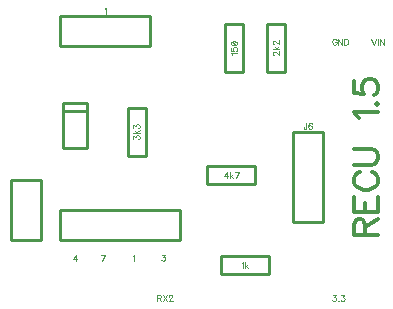
<source format=gbr>
G04 DipTrace 3.3.1.1*
G04 RECU_BLU-TopSilk.gbr*
%MOIN*%
G04 #@! TF.FileFunction,Legend,Top*
G04 #@! TF.Part,Single*
%ADD10C,0.009843*%
%ADD41C,0.003088*%
%ADD42C,0.012351*%
%FSLAX26Y26*%
G04*
G70*
G90*
G75*
G01*
G04 TopSilk*
%LPD*%
X1359000Y1024000D2*
D10*
X1459000D1*
Y724000D1*
X1359000D2*
X1459000D1*
X1359000Y1024000D2*
Y724000D1*
X1334000Y1384136D2*
X1274000D1*
X1334000Y1223864D2*
Y1384136D1*
Y1223864D2*
X1274000D1*
Y1384136D1*
X1194000D2*
X1134000D1*
X1194000Y1223864D2*
Y1384136D1*
Y1223864D2*
X1134000D1*
Y1384136D1*
X869000Y1104136D2*
X809000D1*
X869000Y943864D2*
Y1104136D1*
Y943864D2*
X809000D1*
Y1104136D1*
X1234136Y849000D2*
Y909000D1*
X1073864Y849000D2*
X1234136D1*
X1073864D2*
Y909000D1*
X1234136D1*
X884000Y1409000D2*
Y1309000D1*
X584000D1*
Y1409000D2*
Y1309000D1*
X884000Y1409000D2*
X584000D1*
X1118864Y609000D2*
Y549000D1*
X1279136Y609000D2*
X1118864D1*
X1279136D2*
Y549000D1*
X1118864D1*
X984000Y664000D2*
Y764000D1*
X584000Y664000D2*
X984000D1*
X584000Y764000D2*
X984000D1*
X584000Y664000D2*
Y764000D1*
X519000Y864000D2*
X419000D1*
X519000Y664000D2*
Y864000D1*
Y664000D2*
X419000D1*
Y864000D1*
X674000Y969000D2*
Y1118977D1*
X594000D1*
Y969000D2*
Y1118977D1*
X674000Y1092775D2*
X594000D1*
Y969000D2*
X674000D1*
X1404486Y1053289D2*
D41*
Y1037991D1*
X1403536Y1035117D1*
X1402563Y1034166D1*
X1400662Y1033193D1*
X1398738D1*
X1396837Y1034166D1*
X1395886Y1035117D1*
X1394914Y1037991D1*
Y1039892D1*
X1422136Y1050415D2*
X1421185Y1052316D1*
X1418311Y1053267D1*
X1416410D1*
X1413536Y1052316D1*
X1411613Y1049442D1*
X1410662Y1044667D1*
Y1039892D1*
X1411613Y1036067D1*
X1413536Y1034144D1*
X1416410Y1033193D1*
X1417361D1*
X1420212Y1034144D1*
X1422136Y1036067D1*
X1423086Y1038941D1*
Y1039892D1*
X1422136Y1042766D1*
X1420212Y1044667D1*
X1417361Y1045618D1*
X1416410D1*
X1413536Y1044667D1*
X1411613Y1042766D1*
X1410662Y1039892D1*
X1297545Y1280138D2*
X1296594D1*
X1294671Y1281089D1*
X1293720Y1282039D1*
X1292769Y1283963D1*
Y1287787D1*
X1293720Y1289689D1*
X1294671Y1290639D1*
X1296594Y1291612D1*
X1298495D1*
X1300419Y1290639D1*
X1303270Y1288738D1*
X1312843Y1279165D1*
Y1292563D1*
X1292747Y1298738D2*
X1312843D1*
X1299446Y1308311D2*
X1309019Y1298738D1*
X1305194Y1302563D2*
X1312843Y1309262D1*
X1297545Y1316410D2*
X1296594D1*
X1294671Y1317361D1*
X1293720Y1318311D1*
X1292769Y1320235D1*
Y1324059D1*
X1293720Y1325961D1*
X1294671Y1326911D1*
X1296594Y1327884D1*
X1298495D1*
X1300419Y1326911D1*
X1303270Y1325010D1*
X1312843Y1315437D1*
Y1328835D1*
X1156594Y1282028D2*
X1155621Y1283952D1*
X1152769Y1286826D1*
X1172843D1*
X1152769Y1304475D2*
Y1294925D1*
X1161369Y1293974D1*
X1160419Y1294925D1*
X1159446Y1297799D1*
Y1300651D1*
X1160419Y1303525D1*
X1162320Y1305448D1*
X1165194Y1306399D1*
X1167095D1*
X1169969Y1305448D1*
X1171893Y1303525D1*
X1172843Y1300651D1*
Y1297799D1*
X1171893Y1294925D1*
X1170920Y1293974D1*
X1169019Y1293001D1*
X1152769Y1318322D2*
X1153720Y1315448D1*
X1156594Y1313525D1*
X1161369Y1312574D1*
X1164243D1*
X1169019Y1313525D1*
X1171893Y1315448D1*
X1172843Y1318322D1*
Y1320224D1*
X1171893Y1323098D1*
X1169019Y1324999D1*
X1164243Y1325972D1*
X1161369D1*
X1156594Y1324999D1*
X1153720Y1323098D1*
X1152769Y1320224D1*
Y1318322D1*
X1156594Y1324999D2*
X1169019Y1313525D1*
X827769Y1001089D2*
Y1011590D1*
X835419Y1005864D1*
Y1008738D1*
X836369Y1010639D1*
X837320Y1011590D1*
X840194Y1012563D1*
X842095D1*
X844969Y1011590D1*
X846893Y1009689D1*
X847843Y1006815D1*
Y1003941D1*
X846893Y1001089D1*
X845920Y1000138D1*
X844018Y999165D1*
X827747Y1018738D2*
X847843D1*
X834446Y1028311D2*
X844019Y1018738D1*
X840194Y1022563D2*
X847843Y1029262D1*
X827769Y1037361D2*
Y1047862D1*
X835419Y1042136D1*
Y1045010D1*
X836369Y1046911D1*
X837320Y1047862D1*
X840194Y1048835D1*
X842095D1*
X844969Y1047862D1*
X846893Y1045961D1*
X847843Y1043087D1*
Y1040213D1*
X846893Y1037361D1*
X845920Y1036410D1*
X844019Y1035437D1*
X1138263Y870157D2*
Y890231D1*
X1128690Y876856D1*
X1143038D1*
X1149214Y890253D2*
Y870157D1*
X1158786Y883554D2*
X1149214Y873982D1*
X1153038Y877806D2*
X1159737Y870157D1*
X1169737D2*
X1179310Y890231D1*
X1165913D1*
X731601Y1434442D2*
X733525Y1435415D1*
X736399Y1438267D1*
Y1418193D1*
X1188252Y586406D2*
X1190175Y587379D1*
X1193049Y590231D1*
Y570157D1*
X1199225Y590253D2*
Y570157D1*
X1208798Y583554D2*
X1199225Y573982D1*
X1203050Y577806D2*
X1209748Y570157D1*
X1601096Y679214D2*
D42*
Y713614D1*
X1597205Y725110D1*
X1593402Y729001D1*
X1585797Y732803D1*
X1578104D1*
X1570498Y729001D1*
X1566607Y725110D1*
X1562805Y713614D1*
Y679214D1*
X1643189D1*
X1601096Y706009D2*
X1643189Y732803D1*
X1562805Y807204D2*
Y757506D1*
X1643189D1*
Y807204D1*
X1601096Y757506D2*
Y788103D1*
X1581906Y889299D2*
X1574301Y885497D1*
X1566607Y877803D1*
X1562805Y870198D1*
Y854899D1*
X1566607Y847206D1*
X1574301Y839601D1*
X1581906Y835710D1*
X1593402Y831907D1*
X1612592D1*
X1623999Y835710D1*
X1631693Y839601D1*
X1639298Y847206D1*
X1643189Y854899D1*
Y870198D1*
X1639298Y877803D1*
X1631693Y885497D1*
X1623999Y889299D1*
X1562805Y914002D2*
X1620197D1*
X1631693Y917804D1*
X1639298Y925498D1*
X1643189Y936994D1*
Y944599D1*
X1639298Y956095D1*
X1631693Y963789D1*
X1620197Y967591D1*
X1562805D1*
X1578192Y1070056D2*
X1574301Y1077749D1*
X1562893Y1089245D1*
X1643189D1*
X1635495Y1117750D2*
X1639386Y1113948D1*
X1643189Y1117750D1*
X1639386Y1121641D1*
X1635495Y1117750D1*
X1562893Y1192240D2*
Y1154038D1*
X1597293Y1150235D1*
X1593491Y1154038D1*
X1589600Y1165534D1*
Y1176941D1*
X1593491Y1188438D1*
X1601096Y1196131D1*
X1612592Y1199934D1*
X1620197D1*
X1631693Y1196131D1*
X1639386Y1188438D1*
X1643189Y1176941D1*
Y1165534D1*
X1639386Y1154038D1*
X1635495Y1150235D1*
X1627890Y1146344D1*
X825544Y611089D2*
D41*
X827467Y612062D1*
X830341Y614914D1*
Y594840D1*
X922467Y614914D2*
X932969D1*
X927243Y607264D1*
X930117D1*
X932018Y606314D1*
X932969Y605363D1*
X933941Y602489D1*
Y600588D1*
X932969Y597714D1*
X931067Y595790D1*
X928193Y594840D1*
X925319D1*
X922467Y595790D1*
X921517Y596763D1*
X920544Y598664D1*
X724369Y594840D2*
X733941Y614914D1*
X720544D1*
X635117Y594840D2*
Y614914D1*
X625544Y601538D1*
X639892D1*
X905544Y470363D2*
X914144D1*
X917018Y471336D1*
X917991Y472286D1*
X918941Y474188D1*
Y476111D1*
X917991Y478012D1*
X917018Y478985D1*
X914144Y479936D1*
X905544D1*
Y459840D1*
X912243Y470363D2*
X918941Y459840D1*
X925117Y479936D2*
X938514Y459840D1*
Y479936D2*
X925117Y459840D1*
X945663Y475138D2*
Y476089D1*
X946613Y478012D1*
X947564Y478963D1*
X949487Y479914D1*
X953312D1*
X955213Y478963D1*
X956164Y478012D1*
X957137Y476089D1*
Y474188D1*
X956164Y472264D1*
X954263Y469412D1*
X944690Y459840D1*
X958087D1*
X1492467Y479914D2*
X1502969D1*
X1497243Y472264D1*
X1500117D1*
X1502018Y471314D1*
X1502969Y470363D1*
X1503941Y467489D1*
Y465588D1*
X1502969Y462714D1*
X1501067Y460790D1*
X1498193Y459840D1*
X1495319D1*
X1492467Y460790D1*
X1491517Y461763D1*
X1490544Y463664D1*
X1511068Y461763D2*
X1510117Y460790D1*
X1511068Y459840D1*
X1512040Y460790D1*
X1511068Y461763D1*
X1520139Y479914D2*
X1530641D1*
X1524915Y472264D1*
X1527789D1*
X1529690Y471314D1*
X1530641Y470363D1*
X1531613Y467489D1*
Y465588D1*
X1530641Y462714D1*
X1528739Y460790D1*
X1525865Y459840D1*
X1522991D1*
X1520139Y460790D1*
X1519189Y461763D1*
X1518216Y463664D1*
X1504892Y1330160D2*
X1503941Y1332062D1*
X1502018Y1333985D1*
X1500117Y1334936D1*
X1496292D1*
X1494369Y1333985D1*
X1492467Y1332062D1*
X1491495Y1330160D1*
X1490544Y1327286D1*
Y1322489D1*
X1491495Y1319637D1*
X1492467Y1317714D1*
X1494369Y1315812D1*
X1496292Y1314840D1*
X1500117D1*
X1502018Y1315812D1*
X1503941Y1317714D1*
X1504892Y1319637D1*
Y1322489D1*
X1500117D1*
X1524465Y1334936D2*
Y1314840D1*
X1511068Y1334936D1*
Y1314840D1*
X1530641Y1334936D2*
Y1314840D1*
X1537339D1*
X1540213Y1315812D1*
X1542137Y1317714D1*
X1543087Y1319637D1*
X1544038Y1322489D1*
Y1327286D1*
X1543087Y1330160D1*
X1542137Y1332062D1*
X1540213Y1333985D1*
X1537339Y1334936D1*
X1530641D1*
X1620544D2*
X1628193Y1314840D1*
X1635843Y1334936D1*
X1642018D2*
Y1314840D1*
X1661591Y1334936D2*
Y1314840D1*
X1648194Y1334936D1*
Y1314840D1*
M02*

</source>
